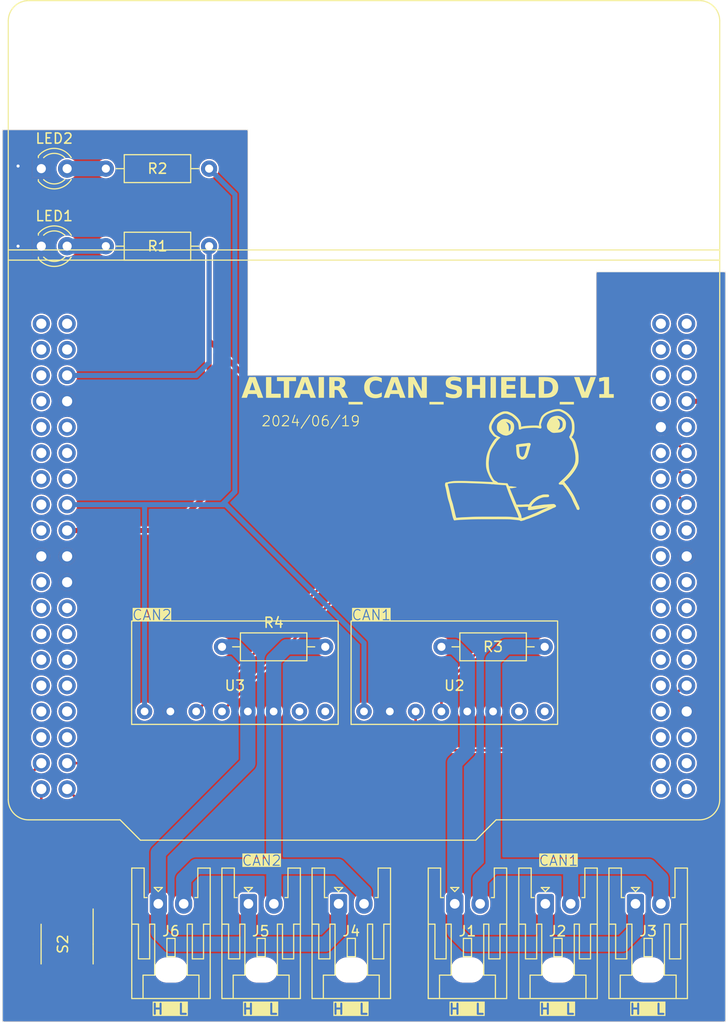
<source format=kicad_pcb>
(kicad_pcb (version 20221018) (generator pcbnew)
  (layers (0 "F.Cu" signal) (31 "B.Cu" signal) (34 "B.Paste" user) (35 "F.Paste" user) (36 "B.SilkS" user "B.Silkscreen") (37 "F.SilkS" user "F.Silkscreen") (38 "B.Mask" user) (39 "F.Mask" user) (44 "Edge.Cuts" user))
  (net 0 "")
  (net 1 "GND")
  (net 2 "+3.3V")
  (net 3 "CANH1")
  (net 4 "CANL1")
  (net 5 "CANH2")
  (net 6 "CANL2")
  (net 7 "Net-(LED2-A)")
  (net 8 "Net-(U1-PC0(PB9))")
  (net 9 "Net-(U1-PC1(PB9))")
  (net 10 "Net-(U1-PC2)")
  (net 11 "Net-(U1-PC3)")
  (net 12 "B13(CTX)")
  (net 13 "B12(CRX)")
  (net 16 "A12(CTX)")
  (net 17 "A11(CRX)")
  (net 23 "Net-(LED1-A)")
  (net 30 "+5V")
  (footprint "AltairMD_V6:altair1" (layer "F.Cu") (at 142.24 97.79)
    (fp_text reference "G***" hide)
    (fp_text value "LOGO" hide)
  )
  (footprint "Connector_JST:JST_XA_S02B-XASK-1_1x02_P2.50mm_Horizontal" (layer "F.Cu") (at 152.44 140.82)
    (fp_text reference "J3" (at 1.25 2.69) (layer "F.SilkS"))
    (fp_text value "CAN1")
    (pad "" np_thru_hole oval (at 1.25 6.5) (size 2.8 2) (drill oval 2.8 2) (layers "*.Cu" "*.Mask"))
    (pad "1" thru_hole roundrect (at 0 0) (size 1.7 1.95) (drill 0.95) (layers "*.Cu" "*.Mask") (roundrect_rratio 0.147059) (net 3 "CANH1"))
    (pad "2" thru_hole oval (at 2.5 0) (size 1.7 1.95) (drill 0.95) (layers "*.Cu" "*.Mask") (net 4 "CANL1"))
  )
  (footprint "Package_SO:SOIC-8_3.9x4.9mm_P1.27mm" (layer "F.Cu") (at 96.52 144.78 -90)
    (fp_text reference "S2" (at 0 0.416 90) (layer "F.SilkS"))
    (fp_text value "KHS42E")
    (pad "1" smd roundrect (at -2.475 -1.905 270) (size 1.95 0.6) (layers "F.Cu" "F.Paste" "F.Mask") (net 8 "Net-(U1-PC0(PB9))"))
    (pad "2" smd roundrect (at -2.475 -0.635 270) (size 1.95 0.6) (layers "F.Cu" "F.Paste" "F.Mask") (net 9 "Net-(U1-PC1(PB9))"))
    (pad "3" smd roundrect (at -2.475 0.635 270) (size 1.95 0.6) (layers "F.Cu" "F.Paste" "F.Mask") (net 10 "Net-(U1-PC2)"))
    (pad "4" smd roundrect (at -2.475 1.905 270) (size 1.95 0.6) (layers "F.Cu" "F.Paste" "F.Mask") (net 11 "Net-(U1-PC3)"))
    (pad "5" smd roundrect (at 2.475 1.905 270) (size 1.95 0.6) (layers "F.Cu" "F.Paste" "F.Mask") (net 1 "GND"))
    (pad "6" smd roundrect (at 2.475 0.635 270) (size 1.95 0.6) (layers "F.Cu" "F.Paste" "F.Mask") (net 1 "GND"))
    (pad "7" smd roundrect (at 2.475 -0.635 270) (size 1.95 0.6) (layers "F.Cu" "F.Paste" "F.Mask") (net 1 "GND"))
    (pad "8" smd roundrect (at 2.475 -1.905 270) (size 1.95 0.6) (layers "F.Cu" "F.Paste" "F.Mask") (net 1 "GND"))
  )
  (footprint "TJA1051:TJA1051" (layer "F.Cu") (at 134.62 116.84)
    (fp_text reference "U2" (at 0 2.54 unlocked) (layer "F.SilkS"))
    (fp_text value "~")
    (pad "1" thru_hole circle (at -8.89 5.08) (size 1.524 1.524) (drill 0.762) (layers "*.Cu" "*.Mask") (net 2 "+3.3V"))
    (pad "2" thru_hole circle (at -6.35 5.08) (size 1.524 1.524) (drill 0.762) (layers "*.Cu" "*.Mask") (net 1 "GND"))
    (pad "3" thru_hole circle (at -3.81 5.08) (size 1.524 1.524) (drill 0.762) (layers "*.Cu" "*.Mask") (net 12 "B13(CTX)"))
    (pad "4" thru_hole circle (at -1.27 5.08) (size 1.524 1.524) (drill 0.762) (layers "*.Cu" "*.Mask") (net 13 "B12(CRX)"))
    (pad "5" thru_hole circle (at 1.27 5.08) (size 1.524 1.524) (drill 0.762) (layers "*.Cu" "*.Mask") (net 3 "CANH1"))
    (pad "6" thru_hole circle (at 3.81 5.08) (size 1.524 1.524) (drill 0.762) (layers "*.Cu" "*.Mask") (net 4 "CANL1"))
    (pad "7" thru_hole circle (at 6.35 5.08) (size 1.524 1.524) (drill 0.762) (layers "*.Cu" "*.Mask"))
    (pad "8" thru_hole circle (at 8.89 5.08) (size 1.524 1.524) (drill 0.762) (layers "*.Cu" "*.Mask"))
  )
  (footprint "Connector_JST:JST_XA_S02B-XASK-1_1x02_P2.50mm_Horizontal" (layer "F.Cu") (at 143.57 140.82)
    (fp_text reference "J2" (at 1.21 2.69) (layer "F.SilkS"))
    (fp_text value "CAN1")
    (pad "" np_thru_hole oval (at 1.25 6.5) (size 2.8 2) (drill oval 2.8 2) (layers "*.Cu" "*.Mask"))
    (pad "1" thru_hole roundrect (at 0 0) (size 1.7 1.95) (drill 0.95) (layers "*.Cu" "*.Mask") (roundrect_rratio 0.147059) (net 3 "CANH1"))
    (pad "2" thru_hole oval (at 2.5 0) (size 1.7 1.95) (drill 0.95) (layers "*.Cu" "*.Mask") (net 4 "CANL1"))
  )
  (footprint "Resistor_THT:R_Axial_DIN0207_L6.3mm_D2.5mm_P10.16mm_Horizontal" (layer "F.Cu") (at 133.35 115.57)
    (fp_text reference "R3" (at 5.08 0) (layer "F.SilkS"))
    (fp_text value "110")
    (pad "1" thru_hole circle (at 0 0) (size 1.6 1.6) (drill 0.8) (layers "*.Cu" "*.Mask") (net 3 "CANH1"))
    (pad "2" thru_hole oval (at 10.16 0) (size 1.6 1.6) (drill 0.8) (layers "*.Cu" "*.Mask") (net 4 "CANL1"))
  )
  (footprint "TJA1051:TJA1051" (layer "F.Cu") (at 113.03 116.84)
    (fp_text reference "U3" (at 0 2.54 unlocked) (layer "F.SilkS"))
    (fp_text value "~")
    (pad "1" thru_hole circle (at -8.89 5.08) (size 1.524 1.524) (drill 0.762) (layers "*.Cu" "*.Mask") (net 2 "+3.3V"))
    (pad "2" thru_hole circle (at -6.35 5.08) (size 1.524 1.524) (drill 0.762) (layers "*.Cu" "*.Mask") (net 1 "GND"))
    (pad "3" thru_hole circle (at -3.81 5.08) (size 1.524 1.524) (drill 0.762) (layers "*.Cu" "*.Mask") (net 16 "A12(CTX)"))
    (pad "4" thru_hole circle (at -1.27 5.08) (size 1.524 1.524) (drill 0.762) (layers "*.Cu" "*.Mask") (net 17 "A11(CRX)"))
    (pad "5" thru_hole circle (at 1.27 5.08) (size 1.524 1.524) (drill 0.762) (layers "*.Cu" "*.Mask") (net 5 "CANH2"))
    (pad "6" thru_hole circle (at 3.81 5.08) (size 1.524 1.524) (drill 0.762) (layers "*.Cu" "*.Mask") (net 6 "CANL2"))
    (pad "7" thru_hole circle (at 6.35 5.08) (size 1.524 1.524) (drill 0.762) (layers "*.Cu" "*.Mask"))
    (pad "8" thru_hole circle (at 8.89 5.08) (size 1.524 1.524) (drill 0.762) (layers "*.Cu" "*.Mask"))
  )
  (footprint "Connector_JST:JST_XA_S02B-XASK-1_1x02_P2.50mm_Horizontal" (layer "F.Cu") (at 123.23 140.82)
    (fp_text reference "J4" (at 1.25 2.69) (layer "F.SilkS"))
    (fp_text value "CAN2")
    (pad "" np_thru_hole oval (at 1.25 6.5) (size 2.8 2) (drill oval 2.8 2) (layers "*.Cu" "*.Mask"))
    (pad "1" thru_hole roundrect (at 0 0) (size 1.7 1.95) (drill 0.95) (layers "*.Cu" "*.Mask") (roundrect_rratio 0.147059) (net 5 "CANH2"))
    (pad "2" thru_hole oval (at 2.5 0) (size 1.7 1.95) (drill 0.95) (layers "*.Cu" "*.Mask") (net 6 "CANL2"))
  )
  (footprint "Resistor_THT:R_Axial_DIN0207_L6.3mm_D2.5mm_P10.16mm_Horizontal" (layer "F.Cu") (at 111.76 115.57)
    (fp_text reference "R4" (at 5.08 -2.37) (layer "F.SilkS"))
    (fp_text value "110")
    (pad "1" thru_hole circle (at 0 0) (size 1.6 1.6) (drill 0.8) (layers "*.Cu" "*.Mask") (net 5 "CANH2"))
    (pad "2" thru_hole oval (at 10.16 0) (size 1.6 1.6) (drill 0.8) (layers "*.Cu" "*.Mask") (net 6 "CANL2"))
  )
  (footprint "LED_THT:LED_D3.0mm" (layer "F.Cu") (at 93.98 68.58)
    (fp_text reference "LED2" (at 1.27 -2.96) (layer "F.SilkS"))
    (fp_text value "5v")
    (pad "1" thru_hole rect (at 0 0) (size 1.8 1.8) (drill 0.9) (layers "*.Cu" "*.Mask") (net 1 "GND"))
    (pad "2" thru_hole circle (at 2.54 0) (size 1.8 1.8) (drill 0.9) (layers "*.Cu" "*.Mask") (net 7 "Net-(LED2-A)"))
  )
  (footprint "Connector_JST:JST_XA_S02B-XASK-1_1x02_P2.50mm_Horizontal" (layer "F.Cu") (at 114.36 140.82)
    (fp_text reference "J5" (at 1.21 2.69) (layer "F.SilkS"))
    (fp_text value "CAN2")
    (pad "" np_thru_hole oval (at 1.25 6.5) (size 2.8 2) (drill oval 2.8 2) (layers "*.Cu" "*.Mask"))
    (pad "1" thru_hole roundrect (at 0 0) (size 1.7 1.95) (drill 0.95) (layers "*.Cu" "*.Mask") (roundrect_rratio 0.147059) (net 5 "CANH2"))
    (pad "2" thru_hole oval (at 2.5 0) (size 1.7 1.95) (drill 0.95) (layers "*.Cu" "*.Mask") (net 6 "CANL2"))
  )
  (footprint "Connector_JST:JST_XA_S02B-XASK-1_1x02_P2.50mm_Horizontal" (layer "F.Cu") (at 134.66 140.82)
    (fp_text reference "J1" (at 1.25 2.69) (layer "F.SilkS"))
    (fp_text value "CAN1")
    (pad "" np_thru_hole oval (at 1.25 6.5) (size 2.8 2) (drill oval 2.8 2) (layers "*.Cu" "*.Mask"))
    (pad "1" thru_hole roundrect (at 0 0) (size 1.7 1.95) (drill 0.95) (layers "*.Cu" "*.Mask") (roundrect_rratio 0.147059) (net 3 "CANH1"))
    (pad "2" thru_hole oval (at 2.5 0) (size 1.7 1.95) (drill 0.95) (layers "*.Cu" "*.Mask") (net 4 "CANL1"))
  )
  (footprint "LED_THT:LED_D3.0mm" (layer "F.Cu") (at 93.98 76.2)
    (fp_text reference "LED1" (at 1.27 -2.96) (layer "F.SilkS"))
    (fp_text value "5v")
    (pad "1" thru_hole rect (at 0 0) (size 1.8 1.8) (drill 0.9) (layers "*.Cu" "*.Mask") (net 1 "GND"))
    (pad "2" thru_hole circle (at 2.54 0) (size 1.8 1.8) (drill 0.9) (layers "*.Cu" "*.Mask") (net 23 "Net-(LED1-A)"))
  )
  (footprint "Library:STM32F446RE_Nucleo" (layer "F.Cu") (at 124.644214 104.984214)
    (fp_text reference "U1" hide)
    (fp_text value "~" hide)
    (pad "1" thru_hole circle (at -28.124214 -5.924214) (size 1.7 1.7) (drill 1) (layers "*.Cu" "*.Mask"))
    (pad "2" thru_hole circle (at -30.664214 -13.544214) (size 1.7 1.7) (drill 1) (layers "*.Cu" "*.Mask"))
    (pad "3" thru_hole circle (at -28.124214 -8.464214) (size 1.7 1.7) (drill 1) (layers "*.Cu" "*.Mask"))
    (pad "4" thru_hole circle (at 30.295786 -13.544214) (size 1.7 1.7) (drill 1) (layers "*.Cu" "*.Mask"))
    (pad "5" thru_hole circle (at -30.664214 -16.084214) (size 1.7 1.7) (drill 1) (layers "*.Cu" "*.Mask"))
    (pad "6" thru_hole circle (at -30.664214 19.475786) (size 1.7 1.7) (drill 1) (layers "*.Cu" "*.Mask"))
    (pad "7" thru_hole circle (at -28.124214 6.775786) (size 1.7 1.7) (drill 1) (layers "*.Cu" "*.Mask"))
    (pad "8" thru_hole circle (at 32.835786 -13.544214) (size 1.7 1.7) (drill 1) (layers "*.Cu" "*.Mask") (net 30 "+5V"))
    (pad "9" thru_hole circle (at -28.124214 -16.084214) (size 1.7 1.7) (drill 1) (layers "*.Cu" "*.Mask") (net 30 "+5V"))
    (pad "10" thru_hole circle (at -28.124214 -0.844214) (size 1.7 1.7) (drill 1) (layers "*.Cu" "*.Mask") (net 30 "+5V"))
    (pad "11" thru_hole circle (at -28.124214 -3.384214) (size 1.7 1.7) (drill 1) (layers "*.Cu" "*.Mask") (net 2 "+3.3V"))
    (pad "12" thru_hole circle (at -28.124214 11.855786) (size 1.7 1.7) (drill 1) (layers "*.Cu" "*.Mask"))
    (pad "13" thru_hole circle (at -28.124214 14.395786) (size 1.7 1.7) (drill 1) (layers "*.Cu" "*.Mask"))
    (pad "14" thru_hole circle (at 30.295786 22.015786) (size 1.7 1.7) (drill 1) (layers "*.Cu" "*.Mask"))
    (pad "15" thru_hole circle (at 30.295786 24.555786) (size 1.7 1.7) (drill 1) (layers "*.Cu" "*.Mask"))
    (pad "16" thru_hole circle (at -28.124214 16.935786) (size 1.7 1.7) (drill 1) (layers "*.Cu" "*.Mask"))
    (pad "17" thru_hole circle (at 30.295786 -8.464214) (size 1.7 1.7) (drill 1) (layers "*.Cu" "*.Mask"))
    (pad "18" thru_hole circle (at 30.295786 -5.924214) (size 1.7 1.7) (drill 1) (layers "*.Cu" "*.Mask"))
    (pad "19" thru_hole circle (at 30.295786 -3.384214) (size 1.7 1.7) (drill 1) (layers "*.Cu" "*.Mask"))
    (pad "20" thru_hole circle (at 30.295786 6.775786) (size 1.7 1.7) (drill 1) (layers "*.Cu" "*.Mask"))
    (pad "21" thru_hole circle (at 30.295786 4.235786) (size 1.7 1.7) (drill 1) (layers "*.Cu" "*.Mask"))
    (pad "22" thru_hole circle (at 30.295786 19.475786) (size 1.7 1.7) (drill 1) (layers "*.Cu" "*.Mask"))
    (pad "23" thru_hole circle (at 32.835786 -5.924214) (size 1.7 1.7) (drill 1) (layers "*.Cu" "*.Mask") (net 17 "A11(CRX)"))
    (pad "24" thru_hole circle (at 32.835786 -8.464214) (size 1.7 1.7) (drill 1) (layers "*.Cu" "*.Mask") (net 16 "A12(CTX)"))
    (pad "25" thru_hole circle (at -30.664214 -5.924214) (size 1.7 1.7) (drill 1) (layers "*.Cu" "*.Mask"))
    (pad "26" thru_hole circle (at -30.664214 -3.384214) (size 1.7 1.7) (drill 1) (layers "*.Cu" "*.Mask"))
    (pad "27" thru_hole circle (at -30.664214 -0.844214) (size 1.7 1.7) (drill 1) (layers "*.Cu" "*.Mask"))
    (pad "28" thru_hole circle (at -28.124214 -18.624214) (size 1.7 1.7) (drill 1) (layers "*.Cu" "*.Mask"))
    (pad "29" thru_hole circle (at -30.664214 14.395786) (size 1.7 1.7) (drill 1) (layers "*.Cu" "*.Mask"))
    (pad "30" thru_hole circle (at -30.664214 16.935786) (size 1.7 1.7) (drill 1) (layers "*.Cu" "*.Mask"))
    (pad "31" thru_hole circle (at -28.124214 19.475786) (size 1.7 1.7) (drill 1) (layers "*.Cu" "*.Mask"))
    (pad "32" thru_hole circle (at 32.835786 6.775786) (size 1.7 1.7) (drill 1) (layers "*.Cu" "*.Mask"))
    (pad "33" thru_hole circle (at 32.835786 4.235786) (size 1.7 1.7) (drill 1) (layers "*.Cu" "*.Mask"))
    (pad "34" thru_hole circle (at 30.295786 16.935786) (size 1.7 1.7) (drill 1) (layers "*.Cu" "*.Mask"))
    (pad "35" thru_hole circle (at 30.295786 11.855786) (size 1.7 1.7) (drill 1) (layers "*.Cu" "*.Mask"))
    (pad "36" thru_hole circle (at 30.295786 14.395786) (size 1.7 1.7) (drill 1) (layers "*.Cu" "*.Mask"))
    (pad "37" thru_hole circle (at 30.295786 -0.844214) (size 1.7 1.7) (drill 1) (layers "*.Cu" "*.Mask"))
    (pad "38" thru_hole circle (at -30.664214 4.235786) (size 1.7 1.7) (drill 1) (layers "*.Cu" "*.Mask"))
    (pad "39" thru_hole circle (at 30.295786 -18.624214) (size 1.7 1.7) (drill 1) (layers "*.Cu" "*.Mask"))
    (pad "40" thru_hole circle (at 30.295786 -16.084214) (size 1.7 1.7) (drill 1) (layers "*.Cu" "*.Mask"))
    (pad "41" thru_hole circle (at 30.295786 9.315786) (size 1.7 1.7) (drill 1) (layers "*.Cu" "*.Mask"))
    (pad "42" thru_hole circle (at 32.835786 -3.384214) (size 1.7 1.7) (drill 1) (layers "*.Cu" "*.Mask") (net 13 "B12(CRX)"))
    (pad "43" thru_hole circle (at 32.835786 14.395786) (size 1.7 1.7) (drill 1) (layers "*.Cu" "*.Mask") (net 12 "B13(CTX)"))
    (pad "44" thru_hole circle (at 32.835786 11.855786) (size 1.7 1.7) (drill 1) (layers "*.Cu" "*.Mask"))
    (pad "45" thru_hole circle (at 32.835786 9.315786) (size 1.7 1.7) (drill 1) (layers "*.Cu" "*.Mask"))
    (pad "46" thru_hole circle (at -28.124214 24.555786) (size 1.7 1.7) (drill 1) (layers "*.Cu" "*.Mask") (net 8 "Net-(U1-PC0(PB9))"))
    (pad "47" thru_hole circle (at -28.124214 22.015786) (size 1.7 1.7) (drill 1) (layers "*.Cu" "*.Mask") (net 9 "Net-(U1-PC1(PB9))"))
    (pad "48" thru_hole circle (at -30.664214 22.015786) (size 1.7 1.7) (drill 1) (layers "*.Cu" "*.Mask") (net 10 "Net-(U1-PC2)"))
    (pad "49" thru_hole circle (at -30.664214 24.555786) (size 1.7 1.7) (drill 1) (layers "*.Cu" "*.Mask") (net 11 "Net-(U1-PC3)"))
    (pad "50" thru_hole circle (at 32.835786 19.475786) (size 1.7 1.7) (drill 1) (layers "*.Cu" "*.Mask"))
    (pad "51" thru_hole circle (at 32.835786 -16.084214) (size 1.7 1.7) (drill 1) (layers "*.Cu" "*.Mask"))
    (pad "52" thru_hole circle (at 32.835786 -18.624214) (size 1.7 1.7) (drill 1) (layers "*.Cu" "*.Mask"))
    (pad "53" thru_hole circle (at 30.295786 1.695786) (size 1.7 1.7) (drill 1) (layers "*.Cu" "*.Mask"))
    (pad "54" thru_hole circle (at 32.835786 -21.164214) (size 1.7 1.7) (drill 1) (layers "*.Cu" "*.Mask"))
    (pad "55" thru_hole circle (at 30.295786 -21.164214) (size 1.7 1.7) (drill 1) (layers "*.Cu" "*.Mask"))
    (pad "56" thru_hole circle (at -30.664214 -21.164214) (size 1.7 1.7) (drill 1) (layers "*.Cu" "*.Mask"))
    (pad "57" thru_hole circle (at -28.124214 -21.164214) (size 1.7 1.7) (drill 1) (layers "*.Cu" "*.Mask"))
    (pad "58" thru_hole circle (at -30.664214 -18.624214) (size 1.7 1.7) (drill 1) (layers "*.Cu" "*.Mask"))
    (pad "59" thru_hole circle (at -30.664214 6.775786) (size 1.7 1.7) (drill 1) (layers "*.Cu" "*.Mask"))
    (pad "60" thru_hole circle (at -30.664214 9.315786) (size 1.7 1.7) (drill 1) (layers "*.Cu" "*.Mask"))
    (pad "61" thru_hole circle (at -30.664214 11.855786) (size 1.7 1.7) (drill 1) (layers "*.Cu" "*.Mask"))
    (pad "62" thru_hole circle (at -30.664214 1.695786) (size 1.7 1.7) (drill 1) (layers "*.Cu" "*.Mask") (net 1 "GND"))
    (pad "62" thru_hole circle (at -28.124214 -13.544214) (size 1.7 1.7) (drill 1) (layers "*.Cu" "*.Mask") (net 1 "GND"))
    (pad "62" thru_hole circle (at -28.124214 1.695786) (size 1.7 1.7) (drill 1) (layers "*.Cu" "*.Mask") (net 1 "GND"))
    (pad "62" thru_hole circle (at -28.124214 4.235786) (size 1.7 1.7) (drill 1) (layers "*.Cu" "*.Mask") (net 1 "GND"))
    (pad "62" thru_hole circle (at 30.295786 -11.004214) (size 1.7 1.7) (drill 1) (layers "*.Cu" "*.Mask") (net 1 "GND"))
    (pad "62" thru_hole circle (at 32.835786 1.695786) (size 1.7 1.7) (drill 1) (layers "*.Cu" "*.Mask") (net 1 "GND"))
    (pad "62" thru_hole circle (at 32.835786 16.935786) (size 1.7 1.7) (drill 1) (layers "*.Cu" "*.Mask") (net 1 "GND"))
    (pad "63" thru_hole circle (at -30.664214 -8.464214) (size 1.7 1.7) (drill 1) (layers "*.Cu" "*.Mask"))
    (pad "64" thru_hole circle (at -28.124214 -11.004214) (size 1.7 1.7) (drill 1) (layers "*.Cu" "*.Mask"))
    (pad "65" thru_hole circle (at -30.664214 -11.004214) (size 1.7 1.7) (drill 1) (layers "*.Cu" "*.Mask"))
    (pad "66" thru_hole circle (at -28.124214 9.315786) (size 1.7 1.7) (drill 1) (layers "*.Cu" "*.Mask"))
    (pad "67" thru_hole circle (at 32.835786 -11.004214) (size 1.7 1.7) (drill 1) (layers "*.Cu" "*.Mask"))
    (pad "68" thru_hole circle (at 32.835786 -0.844214) (size 1.7 1.7) (drill 1) (layers "*.Cu" "*.Mask"))
    (pad "69" thru_hole circle (at 32.835786 22.015786) (size 1.7 1.7) (drill 1) (layers "*.Cu" "*.Mask"))
    (pad "70" thru_hole circle (at 32.835786 24.555786) (size 1.7 1.7) (drill 1) (layers "*.Cu" "*.Mask"))
  )
  (footprint "Resistor_THT:R_Axial_DIN0207_L6.3mm_D2.5mm_P10.16mm_Horizontal" (layer "F.Cu") (at 100.33 68.58)
    (fp_text reference "R2" (at 5.08 0) (layer "F.SilkS"))
    (fp_text value "4.7k")
    (pad "1" thru_hole circle (at 0 0) (size 1.6 1.6) (drill 0.8) (layers "*.Cu" "*.Mask") (net 7 "Net-(LED2-A)"))
    (pad "2" thru_hole oval (at 10.16 0) (size 1.6 1.6) (drill 0.8) (layers "*.Cu" "*.Mask") (net 2 "+3.3V"))
  )
  (footprint "Resistor_THT:R_Axial_DIN0207_L6.3mm_D2.5mm_P10.16mm_Horizontal" (layer "F.Cu") (at 100.33 76.2)
    (fp_text reference "R1" (at 5.08 0) (layer "F.SilkS"))
    (fp_text value "4.7k")
    (pad "1" thru_hole circle (at 0 0) (size 1.6 1.6) (drill 0.8) (layers "*.Cu" "*.Mask") (net 23 "Net-(LED1-A)"))
    (pad "2" thru_hole oval (at 10.16 0) (size 1.6 1.6) (drill 0.8) (layers "*.Cu" "*.Mask") (net 30 "+5V"))
  )
  (footprint "Connector_JST:JST_XA_S02B-XASK-1_1x02_P2.50mm_Horizontal" (layer "F.Cu") (at 105.49 140.82)
    (fp_text reference "J6" (at 1.25 2.69) (layer "F.SilkS"))
    (fp_text value "CAN2")
    (pad "" np_thru_hole oval (at 1.25 6.5) (size 2.8 2) (drill oval 2.8 2) (layers "*.Cu" "*.Mask"))
    (pad "1" thru_hole roundrect (at 0 0) (size 1.7 1.95) (drill 0.95) (layers "*.Cu" "*.Mask") (roundrect_rratio 0.147059) (net 5 "CANH2"))
    (pad "2" thru_hole oval (at 2.5 0) (size 1.7 1.95) (drill 0.95) (layers "*.Cu" "*.Mask") (net 6 "CANL2"))
  )
  (gr_line (start 148.59 88.9) (end 148.59 78.74) (stroke (width 0.05)) (layer "Edge.Cuts"))
  (gr_line (start 114.3 64.77) (end 114.3 88.9) (stroke (width 0.05)) (layer "Edge.Cuts"))
  (gr_line (start 90.17 152.4) (end 90.17 64.77) (stroke (width 0.05)) (layer "Edge.Cuts"))
  (gr_line (start 140.97 88.9) (end 148.59 88.9) (stroke (width 0.05)) (layer "Edge.Cuts"))
  (gr_line (start 90.17 64.77) (end 114.3 64.77) (stroke (width 0.05)) (layer "Edge.Cuts"))
  (gr_line (start 161.29 78.74) (end 161.29 152.4) (stroke (width 0.05)) (layer "Edge.Cuts"))
  (gr_line (start 161.29 152.4) (end 90.17 152.4) (stroke (width 0.05)) (layer "Edge.Cuts"))
  (gr_line (start 148.59 78.74) (end 161.29 78.74) (stroke (width 0.05)) (layer "Edge.Cuts"))
  (gr_line (start 114.3 88.9) (end 140.97 88.9) (stroke (width 0.05)) (layer "Edge.Cuts"))
  (gr_text "H  L" (at 113.665 151.765) (layer "F.SilkS" knockout) (effects (font (size 1 1) (thickness 0.2) bold) (justify left bottom)))
  (gr_text "H  L" (at 122.555 151.765) (layer "F.SilkS" knockout) (effects (font (size 1 1) (thickness 0.2) bold) (justify left bottom)))
  (gr_text "CAN2" (at 113.665 137.16) (layer "F.SilkS" knockout) (effects (font (size 1 1) (thickness 0.1)) (justify left bottom)))
  (gr_text "CAN1" (at 124.46 113.03) (layer "F.SilkS" knockout) (effects (font (size 1 1) (thickness 0.1)) (justify left bottom)))
  (gr_text "CAN2" (at 102.87 113.03) (layer "F.SilkS" knockout) (effects (font (size 1 1) (thickness 0.1)) (justify left bottom)))
  (gr_text "H  L" (at 133.985 151.765) (layer "F.SilkS" knockout) (effects (font (size 1 1) (thickness 0.2) bold) (justify left bottom)))
  (gr_text "H  L" (at 104.775 151.765) (layer "F.SilkS" knockout) (effects (font (size 1 1) (thickness 0.2) bold) (justify left bottom)))
  (gr_text "2024/06/19" (at 115.57 93.98) (layer "F.SilkS") (effects (font (size 1 1) (thickness 0.1)) (justify left bottom)))
  (gr_text "H  L" (at 151.765 151.765) (layer "F.SilkS" knockout) (effects (font (size 1 1) (thickness 0.2) bold) (justify left bottom)))
  (gr_text "ALTAIR_CAN_SHIELD_V1" (at 113.665 91.44) (layer "F.SilkS") (effects (font (size 2 2) (thickness 0.3) bold) (justify left bottom)))
  (gr_text "CAN1" (at 142.875 137.16) (layer "F.SilkS" knockout) (effects (font (size 1 1) (thickness 0.1)) (justify left bottom)))
  (gr_text "H  L" (at 142.875 151.765) (layer "F.SilkS" knockout) (effects (font (size 1 1) (thickness 0.2) bold) (justify left bottom)))
  (via (at 91.694 76.2) (size 0.6) (drill 0.3) (layers "F.Cu" "B.Cu") (net 1))
  (via (at 91.694 68.326) (size 0.6) (drill 0.3) (layers "F.Cu" "B.Cu") (net 1))
  (segment (start 111.76 101.6) (end 113.03 100.33) (width 0.5) (layer "B.Cu") (net 2))
  (segment (start 113.03 100.33) (end 113.03 71.12) (width 0.5) (layer "B.Cu") (net 2))
  (segment (start 96.52 101.6) (end 104.14 101.6) (width 0.5) (layer "B.Cu") (net 2))
  (segment (start 104.14 101.6) (end 111.76 101.6) (width 0.5) (layer "B.Cu") (net 2))
  (segment (start 112.136711 101.6) (end 125.73 115.193289) (width 0.5) (layer "B.Cu") (net 2))
  (segment (start 104.14 121.92) (end 104.14 101.6) (width 0.5) (layer "B.Cu") (net 2))
  (segment (start 125.73 115.193289) (end 125.73 121.92) (width 0.5) (layer "B.Cu") (net 2))
  (segment (start 111.76 101.6) (end 112.136711 101.6) (width 0.5) (layer "B.Cu") (net 2))
  (segment (start 113.03 71.12) (end 110.49 68.58) (width 0.5) (layer "B.Cu") (net 2))
  (segment (start 143.51 144.78) (end 151.13 144.78) (width 1.5) (layer "B.Cu") (net 3))
  (segment (start 134.66 143.55) (end 135.89 144.78) (width 1.5) (layer "B.Cu") (net 3))
  (segment (start 135.89 116.84) (end 135.89 121.92) (width 1.5) (layer "B.Cu") (net 3))
  (segment (start 134.66 126.96) (end 135.89 125.73) (width 1.5) (layer "B.Cu") (net 3))
  (segment (start 143.57 140.82) (end 143.57 144.72) (width 1.5) (layer "B.Cu") (net 3))
  (segment (start 151.13 144.78) (end 152.44 143.47) (width 1.5) (layer "B.Cu") (net 3))
  (segment (start 134.62 115.57) (end 135.89 116.84) (width 1.5) (layer "B.Cu") (net 3))
  (segment (start 143.57 144.72) (end 143.51 144.78) (width 1.5) (layer "B.Cu") (net 3))
  (segment (start 134.66 140.82) (end 134.66 143.55) (width 1.5) (layer "B.Cu") (net 3))
  (segment (start 133.35 115.57) (end 134.62 115.57) (width 1.5) (layer "B.Cu") (net 3))
  (segment (start 134.66 140.82) (end 134.66 126.96) (width 1.5) (layer "B.Cu") (net 3))
  (segment (start 135.89 144.78) (end 143.51 144.78) (width 1.5) (layer "B.Cu") (net 3))
  (segment (start 152.44 143.47) (end 152.44 140.82) (width 1.5) (layer "B.Cu") (net 3))
  (segment (start 135.89 125.73) (end 135.89 121.92) (width 1.5) (layer "B.Cu") (net 3))
  (segment (start 137.16 140.82) (end 137.16 138.43) (width 1.5) (layer "B.Cu") (net 4))
  (segment (start 146.07 140.82) (end 146.07 137.18) (width 1.5) (layer "B.Cu") (net 4))
  (segment (start 138.43 121.92) (end 138.43 116.84) (width 1.5) (layer "B.Cu") (net 4))
  (segment (start 138.43 137.16) (end 146.05 137.16) (width 1.5) (layer "B.Cu") (net 4))
  (segment (start 138.43 121.92) (end 138.43 137.16) (width 1.5) (layer "B.Cu") (net 4))
  (segment (start 137.16 138.43) (end 138.43 137.16) (width 1.5) (layer "B.Cu") (net 4))
  (segment (start 138.43 116.84) (end 139.7 115.57) (width 1.5) (layer "B.Cu") (net 4))
  (segment (start 154.94 138.345) (end 154.94 140.82) (width 1.5) (layer "B.Cu") (net 4))
  (segment (start 146.05 137.16) (end 153.755 137.16) (width 1.5) (layer "B.Cu") (net 4))
  (segment (start 153.755 137.16) (end 154.94 138.345) (width 1.5) (layer "B.Cu") (net 4))
  (segment (start 139.7 115.57) (end 143.51 115.57) (width 1.5) (layer "B.Cu") (net 4))
  (segment (start 146.07 137.18) (end 146.05 137.16) (width 1.5) (layer "B.Cu") (net 4))
  (segment (start 114.3 116.84) (end 113.03 115.57) (width 1.5) (layer "B.Cu") (net 5))
  (segment (start 114.36 140.82) (end 114.36 144.72) (width 1.5) (layer "B.Cu") (net 5))
  (segment (start 114.3 144.78) (end 121.92 144.78) (width 1.5) (layer "B.Cu") (net 5))
  (segment (start 114.3 127) (end 114.3 121.92) (width 1.5) (layer "B.Cu") (net 5))
  (segment (start 105.511573 140.841573) (end 105.511573 143.611573) (width 1.5) (layer "B.Cu") (net 5))
  (segment (start 114.36 144.72) (end 114.3 144.78) (width 1.5) (layer "B.Cu") (net 5))
  (segment (start 121.92 144.78) (end 123.23 143.47) (width 1.5) (layer "B.Cu") (net 5))
  (segment (start 113.03 115.57) (end 111.76 115.57) (width 1.5) (layer "B.Cu") (net 5))
  (segment (start 114.3 121.92) (end 114.3 116.84) (width 1.5) (layer "B.Cu") (net 5))
  (segment (start 105.511573 143.611573) (end 106.68 144.78) (width 1.5) (layer "B.Cu") (net 5))
  (segment (start 123.23 143.47) (end 123.23 140.82) (width 1.5) (layer "B.Cu") (net 5))
  (segment (start 105.49 135.81) (end 114.3 127) (width 1.5) (layer "B.Cu") (net 5))
  (segment (start 105.49 140.82) (end 105.49 135.81) (width 1.5) (layer "B.Cu") (net 5))
  (segment (start 105.49 140.82) (end 105.511573 140.841573) (width 1.5) (layer "B.Cu") (net 5))
  (segment (start 106.68 144.78) (end 114.3 144.78) (width 1.5) (layer "B.Cu") (net 5))
  (segment (start 123.19 137.16) (end 125.73 139.7) (width 1.5) (layer "B.Cu") (net 6))
  (segment (start 107.99 138.39) (end 109.22 137.16) (width 1.5) (layer "B.Cu") (net 6))
  (segment (start 116.86 140.82) (end 116.86 137.18) (width 1.5) (layer "B.Cu") (net 6))
  (segment (start 116.84 116.84) (end 118.11 115.57) (width 1.5) (layer "B.Cu") (net 6))
  (segment (start 107.99 140.82) (end 107.99 138.39) (width 1.5) (layer "B.Cu") (net 6))
  (segment (start 116.84 137.16) (end 123.19 137.16) (width 1.5) (layer "B.Cu") (net 6))
  (segment (start 116.84 121.92) (end 116.84 116.84) (width 1.5) (layer "B.Cu") (net 6))
  (segment (start 118.11 115.57) (end 121.92 115.57) (width 1.5) (layer "B.Cu") (net 6))
  (segment (start 125.73 139.7) (end 125.73 140.82) (width 1.5) (layer "B.Cu") (net 6))
  (segment (start 109.22 137.16) (end 116.84 137.16) (width 1.5) (layer "B.Cu") (net 6))
  (segment (start 116.84 137.16) (end 116.86 137.18) (width 1.5) (layer "B.Cu") (net 6))
  (segment (start 116.84 121.92) (end 116.84 137.16) (width 1.5) (layer "B.Cu") (net 6))
  (segment (start 96.52 68.58) (end 100.33 68.58) (width 1.5) (layer "B.Cu") (net 7))
  (segment (start 98.425 142.305) (end 98.425 131.445) (width 0.25) (layer "F.Cu") (net 8))
  (segment (start 98.425 131.445) (end 96.52 129.54) (width 0.25) (layer "F.Cu") (net 8))
  (segment (start 97.155 143.891) (end 97.282 144.018) (width 0.25) (layer "F.Cu") (net 9))
  (segment (start 97.282 144.018) (end 99.314 144.018) (width 0.25) (layer "F.Cu") (net 9))
  (segment (start 99.949 143.383) (end 99.949 128.397) (width 0.25) (layer "F.Cu") (net 9))
  (segment (start 99.314 144.018) (end 99.949 143.383) (width 0.25) (layer "F.Cu") (net 9))
  (segment (start 99.949 128.397) (end 98.552 127) (width 0.25) (layer "F.Cu") (net 9))
  (segment (start 98.552 127) (end 96.52 127) (width 0.25) (layer "F.Cu") (net 9))
  (segment (start 97.155 142.305) (end 97.155 143.891) (width 0.25) (layer "F.Cu") (net 9))
  (segment (start 92.202 128.778) (end 93.98 127) (width 0.25) (layer "F.Cu") (net 10))
  (segment (start 93.091 144.145) (end 92.202 143.256) (width 0.25) (layer "F.Cu") (net 10))
  (segment (start 95.377 144.145) (end 93.091 144.145) (width 0.25) (layer "F.Cu") (net 10))
  (segment (start 95.885 143.637) (end 95.377 144.145) (width 0.25) (layer "F.Cu") (net 10))
  (segment (start 92.202 143.256) (end 92.202 128.778) (width 0.25) (layer "F.Cu") (net 10))
  (segment (start 95.885 142.305) (end 95.885 143.637) (width 0.25) (layer "F.Cu") (net 10))
  (segment (start 93.98 129.54) (end 93.98 140.081) (width 0.25) (layer "F.Cu") (net 11))
  (segment (start 94.615 140.716) (end 94.615 142.305) (width 0.25) (layer "F.Cu") (net 11))
  (segment (start 93.98 140.081) (end 94.615 140.716) (width 0.25) (layer "F.Cu") (net 11))
  (segment (start 130.81 123.825) (end 130.81 121.92) (width 0.25) (layer "F.Cu") (net 12))
  (segment (start 156.21 120.396) (end 156.21 125.476) (width 0.25) (layer "F.Cu") (net 12))
  (segment (start 157.48 119.38) (end 157.226 119.38) (width 0.25) (layer "F.Cu") (net 12))
  (segment (start 156.21 125.476) (end 155.956 125.73) (width 0.25) (layer "F.Cu") (net 12))
  (segment (start 155.956 125.73) (end 132.715 125.73) (width 0.25) (layer "F.Cu") (net 12))
  (segment (start 157.226 119.38) (end 156.21 120.396) (width 0.25) (layer "F.Cu") (net 12))
  (segment (start 132.715 125.73) (end 130.81 123.825) (width 0.25) (layer "F.Cu") (net 12))
  (segment (start 133.35 119.634) (end 152.654 100.33) (width 0.25) (layer "F.Cu") (net 13))
  (segment (start 152.654 100.33) (end 156.21 100.33) (width 0.25) (layer "F.Cu") (net 13))
  (segment (start 156.21 100.33) (end 157.48 101.6) (width 0.25) (layer "F.Cu") (net 13))
  (segment (start 133.35 121.92) (end 133.35 119.634) (width 0.25) (layer "F.Cu") (net 13))
  (segment (start 156.21 95.25) (end 157.48 96.52) (width 0.25) (layer "F.Cu") (net 16))
  (segment (start 109.22 121.92) (end 135.89 95.25) (width 0.25) (layer "F.Cu") (net 16))
  (segment (start 135.89 95.25) (end 156.21 95.25) (width 0.25) (layer "F.Cu") (net 16))
  (segment (start 135.89 97.79) (end 156.21 97.79) (width 0.25) (layer "F.Cu") (net 17))
  (segment (start 111.76 121.92) (end 135.89 97.79) (width 0.25) (layer "F.Cu") (net 17))
  (segment (start 156.21 97.79) (end 157.48 99.06) (width 0.25) (layer "F.Cu") (net 17))
  (segment (start 96.52 76.2) (end 100.33 76.2) (width 1.5) (layer "B.Cu") (net 23))
  (segment (start 150.114 85.598) (end 153.67 82.042) (width 0.5) (layer "F.Cu") (net 30))
  (segment (start 150.114 91.948) (end 150.114 85.598) (width 0.5) (layer "F.Cu") (net 30))
  (segment (start 158.75 82.042) (end 160.02 83.312) (width 0.5) (layer "F.Cu") (net 30))
  (segment (start 158.75 91.44) (end 157.48 91.44) (width 0.5) (layer "F.Cu") (net 30))
  (segment (start 110.49 85.478909) (end 110.49 100.33) (width 0.5) (layer "F.Cu") (net 30))
  (segment (start 153.67 82.042) (end 158.75 82.042) (width 0.5) (layer "F.Cu") (net 30))
  (segment (start 106.68 104.14) (end 96.52 104.14) (width 0.5) (layer "F.Cu") (net 30))
  (segment (start 160.02 83.312) (end 160.02 90.17) (width 0.5) (layer "F.Cu") (net 30))
  (segment (start 110.49 85.478909) (end 116.959091 91.948) (width 0.5) (layer "F.Cu") (net 30))
  (segment (start 110.49 100.33) (end 106.68 104.14) (width 0.5) (layer "F.Cu") (net 30))
  (segment (start 160.02 90.17) (end 158.75 91.44) (width 0.5) (layer "F.Cu") (net 30))
  (segment (start 116.959091 91.948) (end 150.114 91.948) (width 0.5) (layer "F.Cu") (net 30))
  (segment (start 110.49 76.2) (end 110.49 85.478909) (width 0.5) (layer "F.Cu") (net 30))
  (segment (start 110.49 87.63) (end 110.49 76.2) (width 0.5) (layer "B.Cu") (net 30))
  (segment (start 109.22 88.9) (end 110.49 87.63) (width 0.5) (layer "B.Cu") (net 30))
  (segment (start 96.52 88.9) (end 109.22 88.9) (width 0.5) (layer "B.Cu") (net 30))
  (zone (net 1) (net_name "GND") (layers "F&B.Cu") (connect_pads no (clearance 0.000001)) (min_thickness 0.25) (fill yes (thermal_gap 0.5) (thermal_bridge_width 0.5))
    (polygon (pts (xy 89.916 64.516) (xy 114.554 64.516) (xy 114.554 88.646) (xy 148.336 88.646) (xy 148.336 78.486) (xy 161.544 78.486) (xy 161.544 152.654) (xy 89.916 152.654)))
  )
)
</source>
